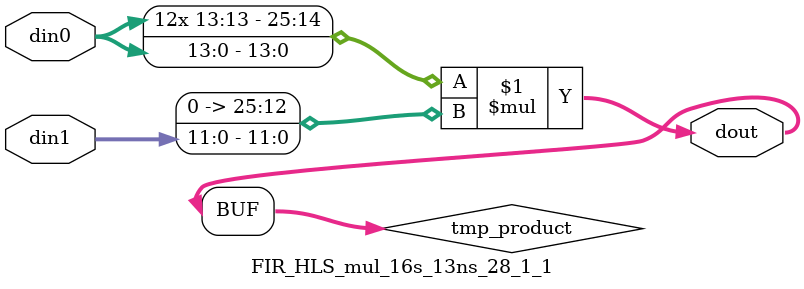
<source format=v>

`timescale 1 ns / 1 ps

 module FIR_HLS_mul_16s_13ns_28_1_1(din0, din1, dout);
parameter ID = 1;
parameter NUM_STAGE = 0;
parameter din0_WIDTH = 14;
parameter din1_WIDTH = 12;
parameter dout_WIDTH = 26;

input [din0_WIDTH - 1 : 0] din0; 
input [din1_WIDTH - 1 : 0] din1; 
output [dout_WIDTH - 1 : 0] dout;

wire signed [dout_WIDTH - 1 : 0] tmp_product;


























assign tmp_product = $signed(din0) * $signed({1'b0, din1});









assign dout = tmp_product;





















endmodule

</source>
